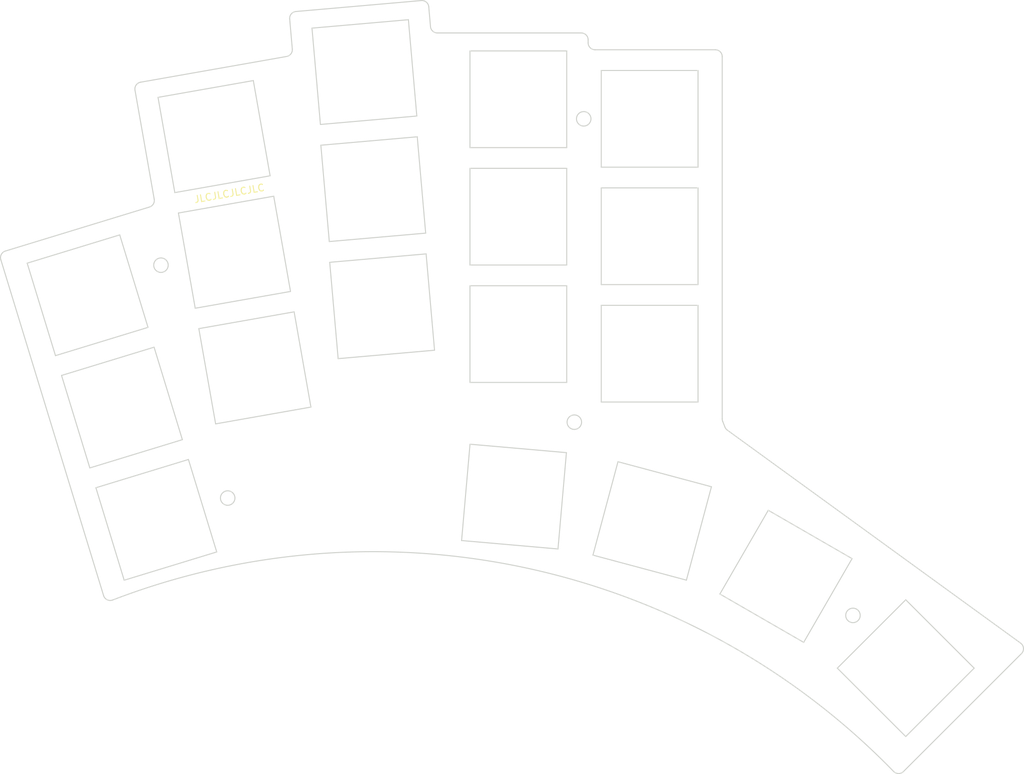
<source format=kicad_pcb>

            
(kicad_pcb (version 20211014) (generator pcbnew)

  (general
    (thickness 1.6)
  )

  (paper "A3")
  (title_block
    (title "porcupine_4thumb_keys_top_plate")
    (rev "v0.0.1")
    (company "Anarion")
  )

  (layers
    (0 "F.Cu" signal)
    (31 "B.Cu" signal)
    (32 "B.Adhes" user "B.Adhesive")
    (33 "F.Adhes" user "F.Adhesive")
    (34 "B.Paste" user)
    (35 "F.Paste" user)
    (36 "B.SilkS" user "B.Silkscreen")
    (37 "F.SilkS" user "F.Silkscreen")
    (38 "B.Mask" user)
    (39 "F.Mask" user)
    (40 "Dwgs.User" user "User.Drawings")
    (41 "Cmts.User" user "User.Comments")
    (42 "Eco1.User" user "User.Eco1")
    (43 "Eco2.User" user "User.Eco2")
    (44 "Edge.Cuts" user)
    (45 "Margin" user)
    (46 "B.CrtYd" user "B.Courtyard")
    (47 "F.CrtYd" user "F.Courtyard")
    (48 "B.Fab" user)
    (49 "F.Fab" user)
  )

  (setup
    (last_trace_width 0.25)
    (trace_clearance 0.2)
    (zone_clearance 0.508)
    (zone_45_only no)
    (trace_min 0.2)
    (via_size 0.8)
    (via_drill 0.4)
    (via_min_size 0.4)
    (via_min_drill 0.3)
    (uvia_size 0.3)
    (uvia_drill 0.1)
    (uvias_allowed no)
    (uvia_min_size 0.2)
    (uvia_min_drill 0.1)
    (edge_width 0.05)
    (segment_width 0.2)
    (pcb_text_width 0.3)
    (pcb_text_size 1.5 1.5)
    (mod_edge_width 0.12)
    (mod_text_size 1 1)
    (mod_text_width 0.15)
    (pad_size 1.524 1.524)
    (pad_drill 0.762)
    (pad_to_mask_clearance 0.05)
    (aux_axis_origin 0 0)
    (visible_elements FFFFFF7F)
    (pcbplotparams
      (layerselection 0x00010fc_ffffffff)
      (disableapertmacros false)
      (usegerberextensions false)
      (usegerberattributes true)
      (usegerberadvancedattributes true)
      (creategerberjobfile true)
      (svguseinch false)
      (svgprecision 6)
      (excludeedgelayer true)
      (plotframeref false)
      (viasonmask false)
      (mode 1)
      (useauxorigin false)
      (hpglpennumber 1)
      (hpglpenspeed 20)
      (hpglpendiameter 15.000000)
      (dxfpolygonmode true)
      (dxfimperialunits true)
      (dxfusepcbnewfont true)
      (psnegative false)
      (psa4output false)
      (plotreference true)
      (plotvalue true)
      (plotinvisibletext false)
      (sketchpadsonfab false)
      (subtractmaskfromsilk false)
      (outputformat 1)
      (mirror false)
      (drillshape 1)
      (scaleselection 1)
      (outputdirectory "")
    )
  )

            (net 0 "")
            
  (net_class Default "This is the default net class."
    (clearance 0.2)
    (trace_width 0.25)
    (via_dia 0.8)
    (via_drill 0.4)
    (uvia_dia 0.3)
    (uvia_drill 0.1)
    (add_net "")
  )

            
  (net_class Power "This is the power net class."
    (clearance 0.2)
    (trace_width 0.5)
    (via_dia 0.8)
    (via_drill 0.4)
    (uvia_dia 0.3)
    (uvia_drill 0.1)
    
  )

            
            (gr_text "JLCJLCJLCJLC" (at 180.43148419999997 104.40721570000002 10) (layer F.SilkS)
                (effects (font (size 1 1) (thickness 0.15) ) (justify left))
            )
        
            (gr_line (start 152.5334464104637 113.07413928106877) (end 167.40236078100983 161.70816710580596) (layer "Edge.Cuts") (width 0.15))
(gr_line (start 153.19737951046372 111.82546278106878) (end 174.03796868146463 105.45385530529964) (layer "Edge.Cuts") (width 0.15))
(gr_line (start 171.94717698750728 88.53943301520655) (end 174.73040478146467 104.32390230529973) (layer "Edge.Cuts") (width 0.15))
(gr_line (start 172.75833658750724 87.3809770152065) (end 193.88583506969596 83.6556289755185) (layer "Edge.Cuts") (width 0.15))
(gr_line (start 195.23640693575206 77.14530915412462) (end 213.36715045351258 75.55907463806577) (layer "Edge.Cuts") (width 0.15))
(gr_line (start 214.4505008535126 76.46811363806592) (end 214.70152561920827 79.33733959999972) (layer "Edge.Cuts") (width 0.15))
(gr_line (start 194.7083815696959 82.58366547551805) (end 194.32736793575208 78.22865955412499) (layer "Edge.Cuts") (width 0.15))
(gr_line (start 215.6977203192083 80.25018390000002) (end 236.51108699999997 80.25018390000002) (layer "Edge.Cuts") (width 0.15))
(gr_line (start 237.51108699999997 81.25018390000002) (end 237.51108699999997 81.6835173) (layer "Edge.Cuts") (width 0.15))
(gr_line (start 256.91108699999995 136.12532044545458) (end 256.91108699999995 83.6835173) (layer "Edge.Cuts") (width 0.15))
(gr_line (start 238.51108699999997 82.6835173) (end 255.91108699999995 82.6835173) (layer "Edge.Cuts") (width 0.15))
(gr_line (start 256.980782 136.49210734545466) (end 257.30425108617726 137.3125425731224) (layer "Edge.Cuts") (width 0.15))
(gr_line (start 257.64672368617715 137.75473837312242) (end 300.0864073374452 168.59275555810885) (layer "Edge.Cuts") (width 0.15))
(gr_line (start 300.2056817374452 170.10884505810884) (end 283.13340275193525 187.18112395193538) (layer "Edge.Cuts") (width 0.15))
(gr_arc (start 281.70917136802865 187.17096218710373) (mid 228.94013757096508 157.79560389320125) (end 168.71765071135837 162.3491386976446) (layer "Edge.Cuts") (width 0.15))
(gr_arc (start 167.40236083895218 161.70816708809122) (mid 167.92059158800785 162.31473430783365) (end 168.71765070751087 162.34913868764153) (layer "Edge.Cuts") (width 0.15))
(gr_arc (start 281.70917138697115 187.1709621686943) (mid 282.4191612367252 187.47399174725263) (end 283.1334027811865 187.18112398118663) (layer "Edge.Cuts") (width 0.15))
(gr_arc (start 300.20568171863175 170.1088450392954) (mid 300.4954945578777 169.32330822306616) (end 300.0864073552598 168.5927555335922) (layer "Edge.Cuts") (width 0.15))
(gr_arc (start 257.3042510968927 137.31254256889767) (mid 257.44394266329124 137.55807129071894) (end 257.6467236683626 137.75473839763902) (layer "Edge.Cuts") (width 0.15))
(gr_arc (start 256.91108699999995 136.12532044545458) (mid 256.92866525011743 136.3119953108162) (end 256.98078201071553 136.49210734122988) (layer "Edge.Cuts") (width 0.15))
(gr_arc (start 256.91108699999995 83.6835173) (mid 256.6181937811865 82.97641051881345) (end 255.91108699999995 82.6835173) (layer "Edge.Cuts") (width 0.15))
(gr_arc (start 237.51108699999997 81.6835173) (mid 237.80398021881342 82.39062408118656) (end 238.51108699999997 82.6835173) (layer "Edge.Cuts") (width 0.15))
(gr_arc (start 237.51108699999997 81.25018390000002) (mid 237.21819378118653 80.54307711881347) (end 236.51108699999997 80.25018390000002) (layer "Edge.Cuts") (width 0.15))
(gr_arc (start 214.7015256173905 79.33733960015876) (mid 215.02213009583272 79.98746122236886) (end 215.6977203192083 80.25018390000002) (layer "Edge.Cuts") (width 0.15))
(gr_arc (start 214.45050085533038 76.46811363790688) (mid 214.09709379594852 75.78922492242697) (end 213.36715045335356 75.55907463624818) (layer "Edge.Cuts") (width 0.15))
(gr_arc (start 195.236406935593 77.14530915230685) (mid 194.55751822011297 77.49871621168882) (end 194.3273679339343 78.22865955428402) (layer "Edge.Cuts") (width 0.15))
(gr_arc (start 193.88583506098706 83.65562892612797) (mid 194.5055402011854 83.27958261599744) (end 194.70838157151366 82.58366547535901) (layer "Edge.Cuts") (width 0.15))
(gr_arc (start 172.75833659621605 87.38097706459662) (mid 172.11283273528315 87.792208390188) (end 171.94717703689736 88.53943300649775) (layer "Edge.Cuts") (width 0.15))
(gr_arc (start 174.03796866955577 105.45385526634745) (mid 174.59823714488942 105.02004907153209) (end 174.73040473207456 104.32390231400854) (layer "Edge.Cuts") (width 0.15))
(gr_arc (start 153.1973795223726 111.82546282002095) (mid 152.60680362576963 112.31229600292706) (end 152.5334464494159 113.0741392691599) (layer "Edge.Cuts") (width 0.15))
(gr_line (start 170.38214960000002 159.48355429999998) (end 183.7704162 155.39035049999998) (layer "Edge.Cuts") (width 0.15))
(gr_line (start 183.7704162 155.39035049999998) (end 179.6772124 142.0020839) (layer "Edge.Cuts") (width 0.15))
(gr_line (start 179.6772124 142.0020839) (end 166.28894580000002 146.0952877) (layer "Edge.Cuts") (width 0.15))
(gr_line (start 166.28894580000002 146.0952877) (end 170.38214960000002 159.48355429999998) (layer "Edge.Cuts") (width 0.15))
(gr_line (start 165.41183060000003 143.22637339999997) (end 178.8000972 139.13316959999997) (layer "Edge.Cuts") (width 0.15))
(gr_line (start 178.8000972 139.13316959999997) (end 174.7068934 125.74490299999998) (layer "Edge.Cuts") (width 0.15))
(gr_line (start 174.7068934 125.74490299999998) (end 161.31862680000003 129.8381068) (layer "Edge.Cuts") (width 0.15))
(gr_line (start 161.31862680000003 129.8381068) (end 165.41183060000003 143.22637339999997) (layer "Edge.Cuts") (width 0.15))
(gr_line (start 160.44151160000004 126.96919249999998) (end 173.82977820000002 122.87598869999998) (layer "Edge.Cuts") (width 0.15))
(gr_line (start 173.82977820000002 122.87598869999998) (end 169.73657440000002 109.48772209999997) (layer "Edge.Cuts") (width 0.15))
(gr_line (start 169.73657440000002 109.48772209999997) (end 156.34830780000004 113.58092589999997) (layer "Edge.Cuts") (width 0.15))
(gr_line (start 156.34830780000004 113.58092589999997) (end 160.44151160000004 126.96919249999998) (layer "Edge.Cuts") (width 0.15))
(gr_line (start 183.6130306 136.84758810000002) (end 197.4003391 134.41651360000003) (layer "Edge.Cuts") (width 0.15))
(gr_line (start 197.4003391 134.41651360000003) (end 194.96926459999997 120.62920510000002) (layer "Edge.Cuts") (width 0.15))
(gr_line (start 194.96926459999997 120.62920510000002) (end 181.18195609999998 123.06027960000002) (layer "Edge.Cuts") (width 0.15))
(gr_line (start 181.18195609999998 123.06027960000002) (end 183.6130306 136.84758810000002) (layer "Edge.Cuts") (width 0.15))
(gr_line (start 180.6610116 120.10585630000001) (end 194.4483201 117.67478180000002) (layer "Edge.Cuts") (width 0.15))
(gr_line (start 194.4483201 117.67478180000002) (end 192.01724559999997 103.88747330000002) (layer "Edge.Cuts") (width 0.15))
(gr_line (start 192.01724559999997 103.88747330000002) (end 178.22993709999997 106.31854780000002) (layer "Edge.Cuts") (width 0.15))
(gr_line (start 178.22993709999997 106.31854780000002) (end 180.6610116 120.10585630000001) (layer "Edge.Cuts") (width 0.15))
(gr_line (start 177.7089926 103.36412450000002) (end 191.49630109999998 100.93305000000002) (layer "Edge.Cuts") (width 0.15))
(gr_line (start 191.49630109999998 100.93305000000002) (end 189.06522659999996 87.14574150000003) (layer "Edge.Cuts") (width 0.15))
(gr_line (start 189.06522659999996 87.14574150000003) (end 175.27791809999997 89.57681600000002) (layer "Edge.Cuts") (width 0.15))
(gr_line (start 175.27791809999997 89.57681600000002) (end 177.7089926 103.36412450000002) (layer "Edge.Cuts") (width 0.15))
(gr_line (start 201.34001849999999 127.40459610000002) (end 215.2867443 126.18441570000002) (layer "Edge.Cuts") (width 0.15))
(gr_line (start 215.2867443 126.18441570000002) (end 214.0665639 112.23768990000002) (layer "Edge.Cuts") (width 0.15))
(gr_line (start 214.0665639 112.23768990000002) (end 200.11983809999998 113.45787030000002) (layer "Edge.Cuts") (width 0.15))
(gr_line (start 200.11983809999998 113.45787030000002) (end 201.34001849999999 127.40459610000002) (layer "Edge.Cuts") (width 0.15))
(gr_line (start 200.0576098 110.45185510000002) (end 214.0043356 109.23167470000001) (layer "Edge.Cuts") (width 0.15))
(gr_line (start 214.0043356 109.23167470000001) (end 212.78415520000001 95.28494890000002) (layer "Edge.Cuts") (width 0.15))
(gr_line (start 212.78415520000001 95.28494890000002) (end 198.83742940000002 96.50512930000002) (layer "Edge.Cuts") (width 0.15))
(gr_line (start 198.83742940000002 96.50512930000002) (end 200.0576098 110.45185510000002) (layer "Edge.Cuts") (width 0.15))
(gr_line (start 198.7752011 93.49911410000001) (end 212.72192690000003 92.27893370000001) (layer "Edge.Cuts") (width 0.15))
(gr_line (start 212.72192690000003 92.27893370000001) (end 211.50174650000002 78.33220790000001) (layer "Edge.Cuts") (width 0.15))
(gr_line (start 211.50174650000002 78.33220790000001) (end 197.5550207 79.55238830000002) (layer "Edge.Cuts") (width 0.15))
(gr_line (start 197.5550207 79.55238830000002) (end 198.7752011 93.49911410000001) (layer "Edge.Cuts") (width 0.15))
(gr_line (start 220.41108699999998 130.85018390000002) (end 234.41108699999998 130.85018390000002) (layer "Edge.Cuts") (width 0.15))
(gr_line (start 234.41108699999998 130.85018390000002) (end 234.41108699999998 116.85018390000002) (layer "Edge.Cuts") (width 0.15))
(gr_line (start 234.41108699999998 116.85018390000002) (end 220.41108699999998 116.85018390000002) (layer "Edge.Cuts") (width 0.15))
(gr_line (start 220.41108699999998 116.85018390000002) (end 220.41108699999998 130.85018390000002) (layer "Edge.Cuts") (width 0.15))
(gr_line (start 220.41108699999998 113.85018390000002) (end 234.41108699999998 113.85018390000002) (layer "Edge.Cuts") (width 0.15))
(gr_line (start 234.41108699999998 113.85018390000002) (end 234.41108699999998 99.85018390000002) (layer "Edge.Cuts") (width 0.15))
(gr_line (start 234.41108699999998 99.85018390000002) (end 220.41108699999998 99.85018390000002) (layer "Edge.Cuts") (width 0.15))
(gr_line (start 220.41108699999998 99.85018390000002) (end 220.41108699999998 113.85018390000002) (layer "Edge.Cuts") (width 0.15))
(gr_line (start 220.41108699999998 96.85018390000002) (end 234.41108699999998 96.85018390000002) (layer "Edge.Cuts") (width 0.15))
(gr_line (start 234.41108699999998 96.85018390000002) (end 234.41108699999998 82.85018390000002) (layer "Edge.Cuts") (width 0.15))
(gr_line (start 234.41108699999998 82.85018390000002) (end 220.41108699999998 82.85018390000002) (layer "Edge.Cuts") (width 0.15))
(gr_line (start 220.41108699999998 82.85018390000002) (end 220.41108699999998 96.85018390000002) (layer "Edge.Cuts") (width 0.15))
(gr_line (start 239.41108699999998 133.6835173) (end 253.41108699999998 133.6835173) (layer "Edge.Cuts") (width 0.15))
(gr_line (start 253.41108699999998 133.6835173) (end 253.41108699999998 119.6835173) (layer "Edge.Cuts") (width 0.15))
(gr_line (start 253.41108699999998 119.6835173) (end 239.41108699999998 119.6835173) (layer "Edge.Cuts") (width 0.15))
(gr_line (start 239.41108699999998 119.6835173) (end 239.41108699999998 133.6835173) (layer "Edge.Cuts") (width 0.15))
(gr_line (start 239.41108699999998 116.6835173) (end 253.41108699999998 116.6835173) (layer "Edge.Cuts") (width 0.15))
(gr_line (start 253.41108699999998 116.6835173) (end 253.41108699999998 102.6835173) (layer "Edge.Cuts") (width 0.15))
(gr_line (start 253.41108699999998 102.6835173) (end 239.41108699999998 102.6835173) (layer "Edge.Cuts") (width 0.15))
(gr_line (start 239.41108699999998 102.6835173) (end 239.41108699999998 116.6835173) (layer "Edge.Cuts") (width 0.15))
(gr_line (start 239.41108699999998 99.6835173) (end 253.41108699999998 99.6835173) (layer "Edge.Cuts") (width 0.15))
(gr_line (start 253.41108699999998 99.6835173) (end 253.41108699999998 85.6835173) (layer "Edge.Cuts") (width 0.15))
(gr_line (start 253.41108699999998 85.6835173) (end 239.41108699999998 85.6835173) (layer "Edge.Cuts") (width 0.15))
(gr_line (start 239.41108699999998 85.6835173) (end 239.41108699999998 99.6835173) (layer "Edge.Cuts") (width 0.15))
(gr_line (start 219.20024839999996 153.73971200000003) (end 233.1469742 154.9598924) (layer "Edge.Cuts") (width 0.15))
(gr_line (start 233.1469742 154.9598924) (end 234.3671546 141.0131666) (layer "Edge.Cuts") (width 0.15))
(gr_line (start 234.3671546 141.0131666) (end 220.42042879999997 139.79298620000003) (layer "Edge.Cuts") (width 0.15))
(gr_line (start 220.42042879999997 139.79298620000003) (end 219.20024839999996 153.73971200000003) (layer "Edge.Cuts") (width 0.15))
(gr_line (start 238.20419309999997 155.85161649999998) (end 251.72715469999997 159.47508309999998) (layer "Edge.Cuts") (width 0.15))
(gr_line (start 251.72715469999997 159.47508309999998) (end 255.35062129999997 145.95212149999998) (layer "Edge.Cuts") (width 0.15))
(gr_line (start 255.35062129999997 145.95212149999998) (end 241.82765969999997 142.32865489999998) (layer "Edge.Cuts") (width 0.15))
(gr_line (start 241.82765969999997 142.32865489999998) (end 238.20419309999997 155.85161649999998) (layer "Edge.Cuts") (width 0.15))
(gr_line (start 268.69719939999993 168.4822332) (end 275.69719939999993 156.3578776) (layer "Edge.Cuts") (width 0.15))
(gr_line (start 275.69719939999993 156.3578776) (end 263.5728438 149.3578776) (layer "Edge.Cuts") (width 0.15))
(gr_line (start 263.5728438 149.3578776) (end 256.5728438 161.4822332) (layer "Edge.Cuts") (width 0.15))
(gr_line (start 256.5728438 161.4822332) (end 268.69719939999993 168.4822332) (layer "Edge.Cuts") (width 0.15))
(gr_line (start 283.46194499999996 182.11496630000002) (end 293.36143989999994 172.2154714) (layer "Edge.Cuts") (width 0.15))
(gr_line (start 293.36143989999994 172.2154714) (end 283.46194499999996 162.3159765) (layer "Edge.Cuts") (width 0.15))
(gr_line (start 283.46194499999996 162.3159765) (end 273.5624501 172.2154714) (layer "Edge.Cuts") (width 0.15))
(gr_line (start 273.5624501 172.2154714) (end 283.46194499999996 182.11496630000002) (layer "Edge.Cuts") (width 0.15))
(gr_circle (center 175.70320489999997 113.87206510000001) (end 176.7532049 113.87206510000001) (layer "Edge.Cuts") (width 0.15))
(gr_circle (center 185.35777240000002 147.5852047) (end 186.40777240000003 147.5852047) (layer "Edge.Cuts") (width 0.15))
(gr_circle (center 236.871087 92.6835173) (end 237.921087 92.6835173) (layer "Edge.Cuts") (width 0.15))
(gr_circle (center 235.51108699999997 136.60018390000002) (end 236.561087 136.60018390000002) (layer "Edge.Cuts") (width 0.15))
(gr_circle (center 275.82519179999997 164.57871820000003) (end 276.8751918 164.57871820000003) (layer "Edge.Cuts") (width 0.15))
            
)

        
</source>
